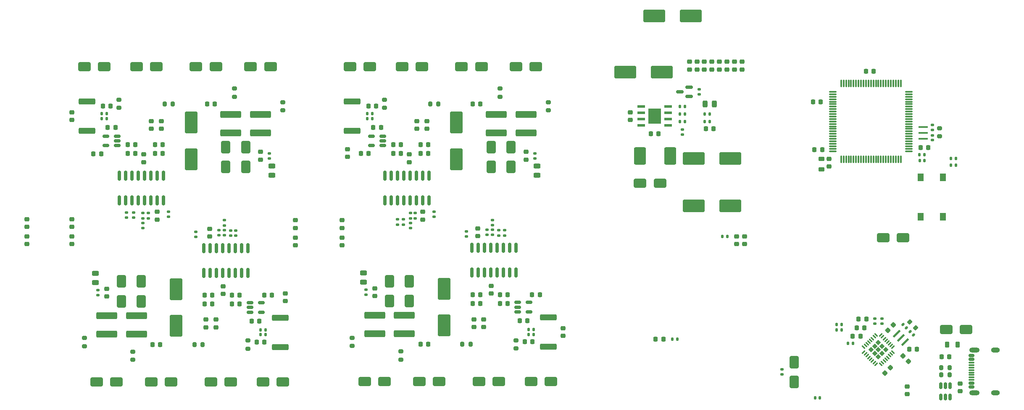
<source format=gbr>
%TF.GenerationSoftware,KiCad,Pcbnew,9.0.1*%
%TF.CreationDate,2025-04-06T02:54:57+02:00*%
%TF.ProjectId,controller_mainboard,636f6e74-726f-46c6-9c65-725f6d61696e,rev?*%
%TF.SameCoordinates,Original*%
%TF.FileFunction,Paste,Top*%
%TF.FilePolarity,Positive*%
%FSLAX46Y46*%
G04 Gerber Fmt 4.6, Leading zero omitted, Abs format (unit mm)*
G04 Created by KiCad (PCBNEW 9.0.1) date 2025-04-06 02:54:57*
%MOMM*%
%LPD*%
G01*
G04 APERTURE LIST*
G04 Aperture macros list*
%AMRoundRect*
0 Rectangle with rounded corners*
0 $1 Rounding radius*
0 $2 $3 $4 $5 $6 $7 $8 $9 X,Y pos of 4 corners*
0 Add a 4 corners polygon primitive as box body*
4,1,4,$2,$3,$4,$5,$6,$7,$8,$9,$2,$3,0*
0 Add four circle primitives for the rounded corners*
1,1,$1+$1,$2,$3*
1,1,$1+$1,$4,$5*
1,1,$1+$1,$6,$7*
1,1,$1+$1,$8,$9*
0 Add four rect primitives between the rounded corners*
20,1,$1+$1,$2,$3,$4,$5,0*
20,1,$1+$1,$4,$5,$6,$7,0*
20,1,$1+$1,$6,$7,$8,$9,0*
20,1,$1+$1,$8,$9,$2,$3,0*%
%AMRotRect*
0 Rectangle, with rotation*
0 The origin of the aperture is its center*
0 $1 length*
0 $2 width*
0 $3 Rotation angle, in degrees counterclockwise*
0 Add horizontal line*
21,1,$1,$2,0,0,$3*%
G04 Aperture macros list end*
%ADD10RoundRect,0.150000X-0.150000X0.512500X-0.150000X-0.512500X0.150000X-0.512500X0.150000X0.512500X0*%
%ADD11RoundRect,0.225000X-0.335876X-0.017678X-0.017678X-0.335876X0.335876X0.017678X0.017678X0.335876X0*%
%ADD12RoundRect,0.135000X0.185000X-0.135000X0.185000X0.135000X-0.185000X0.135000X-0.185000X-0.135000X0*%
%ADD13RoundRect,0.250000X-1.000000X-0.650000X1.000000X-0.650000X1.000000X0.650000X-1.000000X0.650000X0*%
%ADD14RoundRect,0.225000X0.250000X-0.225000X0.250000X0.225000X-0.250000X0.225000X-0.250000X-0.225000X0*%
%ADD15RoundRect,0.150000X-0.512500X-0.150000X0.512500X-0.150000X0.512500X0.150000X-0.512500X0.150000X0*%
%ADD16RoundRect,0.135000X0.135000X0.185000X-0.135000X0.185000X-0.135000X-0.185000X0.135000X-0.185000X0*%
%ADD17RoundRect,0.135000X-0.185000X0.135000X-0.185000X-0.135000X0.185000X-0.135000X0.185000X0.135000X0*%
%ADD18RoundRect,0.225000X0.225000X0.250000X-0.225000X0.250000X-0.225000X-0.250000X0.225000X-0.250000X0*%
%ADD19RoundRect,0.243750X-0.456250X0.243750X-0.456250X-0.243750X0.456250X-0.243750X0.456250X0.243750X0*%
%ADD20RoundRect,0.249999X1.850001X-0.450001X1.850001X0.450001X-1.850001X0.450001X-1.850001X-0.450001X0*%
%ADD21RoundRect,0.140000X0.170000X-0.140000X0.170000X0.140000X-0.170000X0.140000X-0.170000X-0.140000X0*%
%ADD22RoundRect,0.135000X-0.135000X-0.185000X0.135000X-0.185000X0.135000X0.185000X-0.135000X0.185000X0*%
%ADD23RoundRect,0.250000X-0.650000X1.000000X-0.650000X-1.000000X0.650000X-1.000000X0.650000X1.000000X0*%
%ADD24RoundRect,0.225000X-0.250000X0.225000X-0.250000X-0.225000X0.250000X-0.225000X0.250000X0.225000X0*%
%ADD25RoundRect,0.243750X0.456250X-0.243750X0.456250X0.243750X-0.456250X0.243750X-0.456250X-0.243750X0*%
%ADD26RoundRect,0.250000X1.000000X0.650000X-1.000000X0.650000X-1.000000X-0.650000X1.000000X-0.650000X0*%
%ADD27RoundRect,0.250000X1.000000X-1.950000X1.000000X1.950000X-1.000000X1.950000X-1.000000X-1.950000X0*%
%ADD28RoundRect,0.225000X-0.225000X-0.250000X0.225000X-0.250000X0.225000X0.250000X-0.225000X0.250000X0*%
%ADD29RoundRect,0.249999X-1.850001X0.450001X-1.850001X-0.450001X1.850001X-0.450001X1.850001X0.450001X0*%
%ADD30RoundRect,0.218750X-0.218750X-0.256250X0.218750X-0.256250X0.218750X0.256250X-0.218750X0.256250X0*%
%ADD31RoundRect,0.250000X0.650000X-1.000000X0.650000X1.000000X-0.650000X1.000000X-0.650000X-1.000000X0*%
%ADD32RoundRect,0.150000X-0.150000X0.825000X-0.150000X-0.825000X0.150000X-0.825000X0.150000X0.825000X0*%
%ADD33R,1.550000X0.600000*%
%ADD34R,2.600000X3.100000*%
%ADD35RoundRect,0.218750X0.218750X0.256250X-0.218750X0.256250X-0.218750X-0.256250X0.218750X-0.256250X0*%
%ADD36RoundRect,0.200000X0.275000X-0.200000X0.275000X0.200000X-0.275000X0.200000X-0.275000X-0.200000X0*%
%ADD37RoundRect,0.218750X0.381250X-0.218750X0.381250X0.218750X-0.381250X0.218750X-0.381250X-0.218750X0*%
%ADD38RoundRect,0.150000X0.587500X0.150000X-0.587500X0.150000X-0.587500X-0.150000X0.587500X-0.150000X0*%
%ADD39RoundRect,0.243750X0.243750X0.456250X-0.243750X0.456250X-0.243750X-0.456250X0.243750X-0.456250X0*%
%ADD40RoundRect,0.200000X-0.275000X0.200000X-0.275000X-0.200000X0.275000X-0.200000X0.275000X0.200000X0*%
%ADD41RoundRect,0.250000X1.425000X-0.362500X1.425000X0.362500X-1.425000X0.362500X-1.425000X-0.362500X0*%
%ADD42RoundRect,0.250000X-1.950000X-1.000000X1.950000X-1.000000X1.950000X1.000000X-1.950000X1.000000X0*%
%ADD43R,1.900000X0.400000*%
%ADD44RoundRect,0.207500X0.000000X0.293449X-0.293449X0.000000X0.000000X-0.293449X0.293449X0.000000X0*%
%ADD45RoundRect,0.062500X0.220971X0.309359X-0.309359X-0.220971X-0.220971X-0.309359X0.309359X0.220971X0*%
%ADD46RoundRect,0.062500X-0.220971X0.309359X-0.309359X0.220971X0.220971X-0.309359X0.309359X-0.220971X0*%
%ADD47RoundRect,0.200000X0.200000X0.275000X-0.200000X0.275000X-0.200000X-0.275000X0.200000X-0.275000X0*%
%ADD48RoundRect,0.250000X1.950000X1.000000X-1.950000X1.000000X-1.950000X-1.000000X1.950000X-1.000000X0*%
%ADD49RoundRect,0.075000X0.075000X-0.662500X0.075000X0.662500X-0.075000X0.662500X-0.075000X-0.662500X0*%
%ADD50RoundRect,0.075000X0.662500X-0.075000X0.662500X0.075000X-0.662500X0.075000X-0.662500X-0.075000X0*%
%ADD51RoundRect,0.150000X0.150000X-0.825000X0.150000X0.825000X-0.150000X0.825000X-0.150000X-0.825000X0*%
%ADD52RoundRect,0.225000X0.017678X-0.335876X0.335876X-0.017678X-0.017678X0.335876X-0.335876X0.017678X0*%
%ADD53RoundRect,0.250000X-1.000000X1.950000X-1.000000X-1.950000X1.000000X-1.950000X1.000000X1.950000X0*%
%ADD54RoundRect,0.200000X-0.200000X-0.275000X0.200000X-0.275000X0.200000X0.275000X-0.200000X0.275000X0*%
%ADD55RotRect,0.400000X1.900000X135.000000*%
%ADD56RoundRect,0.140000X-0.170000X0.140000X-0.170000X-0.140000X0.170000X-0.140000X0.170000X0.140000X0*%
%ADD57R,1.300000X1.550000*%
%ADD58RoundRect,0.150000X0.512500X0.150000X-0.512500X0.150000X-0.512500X-0.150000X0.512500X-0.150000X0*%
%ADD59RoundRect,0.150000X0.425000X-0.150000X0.425000X0.150000X-0.425000X0.150000X-0.425000X-0.150000X0*%
%ADD60RoundRect,0.075000X0.500000X-0.075000X0.500000X0.075000X-0.500000X0.075000X-0.500000X-0.075000X0*%
%ADD61O,2.100000X1.000000*%
%ADD62O,1.800000X1.000000*%
%ADD63RoundRect,0.140000X0.140000X0.170000X-0.140000X0.170000X-0.140000X-0.170000X0.140000X-0.170000X0*%
%ADD64RoundRect,0.250000X-0.925000X-1.500000X0.925000X-1.500000X0.925000X1.500000X-0.925000X1.500000X0*%
%ADD65RoundRect,0.140000X-0.219203X-0.021213X-0.021213X-0.219203X0.219203X0.021213X0.021213X0.219203X0*%
%ADD66RoundRect,0.250000X-1.425000X0.362500X-1.425000X-0.362500X1.425000X-0.362500X1.425000X0.362500X0*%
%ADD67RoundRect,0.200000X-0.335876X-0.053033X-0.053033X-0.335876X0.335876X0.053033X0.053033X0.335876X0*%
%ADD68RoundRect,0.140000X0.219203X0.021213X0.021213X0.219203X-0.219203X-0.021213X-0.021213X-0.219203X0*%
%ADD69RoundRect,0.218750X0.218750X0.381250X-0.218750X0.381250X-0.218750X-0.381250X0.218750X-0.381250X0*%
G04 APERTURE END LIST*
D10*
%TO.C,U12*%
X242950000Y-142862500D03*
X242000000Y-142862500D03*
X241050000Y-142862500D03*
X241050000Y-145137500D03*
X242000000Y-145137500D03*
X242950000Y-145137500D03*
%TD*%
D11*
%TO.C,C11*%
X233451992Y-136851992D03*
X234548008Y-137948008D03*
%TD*%
D12*
%TO.C,R17*%
X209100000Y-140610000D03*
X209100000Y-139590000D03*
%TD*%
D13*
%TO.C,D21*%
X104500000Y-142070000D03*
X108500000Y-142070000D03*
%TD*%
D14*
%TO.C,C82*%
X234300000Y-144575000D03*
X234300000Y-143025000D03*
%TD*%
D15*
%TO.C,U7*%
X101862500Y-126120000D03*
X101862500Y-127070000D03*
X101862500Y-128020000D03*
X104137500Y-128020000D03*
X104137500Y-126120000D03*
%TD*%
D16*
%TO.C,R29*%
X189510000Y-86500000D03*
X188490000Y-86500000D03*
%TD*%
D17*
%TO.C,R30*%
X91000000Y-111760000D03*
X91000000Y-112780000D03*
%TD*%
D18*
%TO.C,C53*%
X84275000Y-94179999D03*
X82725000Y-94179999D03*
%TD*%
D19*
%TO.C,D17*%
X70750000Y-120132500D03*
X70750000Y-122007500D03*
%TD*%
D17*
%TO.C,R33*%
X95600000Y-111460000D03*
X95600000Y-112480000D03*
%TD*%
D20*
%TO.C,L3*%
X127000000Y-132350000D03*
X127000000Y-128650000D03*
%TD*%
D21*
%TO.C,C1*%
X239400000Y-91180000D03*
X239400000Y-90220000D03*
%TD*%
D22*
%TO.C,R15*%
X220090000Y-130500000D03*
X221110000Y-130500000D03*
%TD*%
D23*
%TO.C,D8*%
X134000000Y-121750000D03*
X134000000Y-125750000D03*
%TD*%
D24*
%TO.C,C47*%
X109000000Y-124225000D03*
X109000000Y-125775000D03*
%TD*%
D25*
%TO.C,D31*%
X159749999Y-100367500D03*
X159749999Y-98492500D03*
%TD*%
D26*
%TO.C,D34*%
X136500000Y-78430000D03*
X132500000Y-78430000D03*
%TD*%
D17*
%TO.C,R82*%
X152000000Y-111490000D03*
X152000000Y-112510000D03*
%TD*%
D12*
%TO.C,R85*%
X132800000Y-110310000D03*
X132800000Y-109290000D03*
%TD*%
D27*
%TO.C,C46*%
X87000000Y-130770000D03*
X87000000Y-123370000D03*
%TD*%
D18*
%TO.C,C65*%
X137775000Y-95929999D03*
X136225000Y-95929999D03*
%TD*%
D28*
%TO.C,C20*%
X146725000Y-124500000D03*
X148275000Y-124500000D03*
%TD*%
D17*
%TO.C,R20*%
X150700000Y-109390000D03*
X150700000Y-110410000D03*
%TD*%
D26*
%TO.C,D33*%
X148500001Y-78430000D03*
X144500001Y-78430000D03*
%TD*%
D16*
%TO.C,R28*%
X189510000Y-88000000D03*
X188490000Y-88000000D03*
%TD*%
D24*
%TO.C,C56*%
X84000000Y-89429999D03*
X84000000Y-90979999D03*
%TD*%
D28*
%TO.C,C85*%
X93225000Y-85929999D03*
X94775000Y-85929999D03*
%TD*%
D29*
%TO.C,L2*%
X133000000Y-128650000D03*
X133000000Y-132350000D03*
%TD*%
D12*
%TO.C,R47*%
X134200000Y-109039999D03*
X134200000Y-108019999D03*
%TD*%
D18*
%TO.C,C52*%
X84275000Y-95929999D03*
X82725000Y-95929999D03*
%TD*%
D12*
%TO.C,R46*%
X139000000Y-108740000D03*
X139000000Y-107720000D03*
%TD*%
D28*
%TO.C,C14*%
X234725000Y-135500000D03*
X236275000Y-135500000D03*
%TD*%
D13*
%TO.C,D18*%
X71000000Y-142070000D03*
X75000000Y-142070000D03*
%TD*%
D12*
%TO.C,R88*%
X77000000Y-108939999D03*
X77000000Y-107919999D03*
%TD*%
D24*
%TO.C,R60*%
X56900000Y-112725000D03*
X56900000Y-114275000D03*
%TD*%
D18*
%TO.C,C45*%
X103775000Y-129820000D03*
X102225000Y-129820000D03*
%TD*%
D30*
%TO.C,D1*%
X183612500Y-133500000D03*
X185187500Y-133500000D03*
%TD*%
D12*
%TO.C,R34*%
X71250000Y-124580000D03*
X71250000Y-123560000D03*
%TD*%
D28*
%TO.C,C5*%
X237025000Y-94800000D03*
X238575000Y-94800000D03*
%TD*%
D14*
%TO.C,C78*%
X194944146Y-79000000D03*
X194944146Y-77450000D03*
%TD*%
D31*
%TO.C,D22*%
X100999999Y-98680000D03*
X100999999Y-94680000D03*
%TD*%
D17*
%TO.C,R50*%
X159249999Y-95920000D03*
X159249999Y-96940000D03*
%TD*%
D32*
%TO.C,U6*%
X101445000Y-115095000D03*
X100175000Y-115095000D03*
X98905000Y-115095000D03*
X97635000Y-115095000D03*
X96365000Y-115095000D03*
X95095000Y-115095000D03*
X93825000Y-115095000D03*
X92555000Y-115095000D03*
X92555000Y-120045000D03*
X93825000Y-120045000D03*
X95095000Y-120045000D03*
X96365000Y-120045000D03*
X97635000Y-120045000D03*
X98905000Y-120045000D03*
X100175000Y-120045000D03*
X101445000Y-120045000D03*
%TD*%
D18*
%TO.C,C66*%
X137775000Y-94179999D03*
X136225000Y-94179999D03*
%TD*%
D22*
%TO.C,R10*%
X236790000Y-96200000D03*
X237810000Y-96200000D03*
%TD*%
D16*
%TO.C,R27*%
X189510000Y-89500000D03*
X188490000Y-89500000D03*
%TD*%
D33*
%TO.C,U5*%
X186100000Y-90305000D03*
X186100000Y-89035000D03*
X186100000Y-87765000D03*
X186100000Y-86495000D03*
X180700000Y-86495000D03*
X180700000Y-87765000D03*
X180700000Y-89035000D03*
X180700000Y-90305000D03*
D34*
X183400000Y-88400000D03*
%TD*%
D24*
%TO.C,R56*%
X111000000Y-112950000D03*
X111000000Y-114500000D03*
%TD*%
D22*
%TO.C,R24*%
X157990000Y-131500000D03*
X159010000Y-131500000D03*
%TD*%
D28*
%TO.C,C42*%
X104725000Y-124570000D03*
X106275000Y-124570000D03*
%TD*%
D35*
%TO.C,D5*%
X225687500Y-131200000D03*
X224112500Y-131200000D03*
%TD*%
D24*
%TO.C,R54*%
X120412500Y-112950000D03*
X120412500Y-114500000D03*
%TD*%
D36*
%TO.C,R76*%
X155500000Y-135325000D03*
X155500000Y-133675000D03*
%TD*%
D28*
%TO.C,C89*%
X72225000Y-86429999D03*
X73775000Y-86429999D03*
%TD*%
D18*
%TO.C,C3*%
X217175000Y-95200000D03*
X215625000Y-95200000D03*
%TD*%
D16*
%TO.C,R44*%
X73010000Y-88929999D03*
X71990000Y-88929999D03*
%TD*%
D17*
%TO.C,R31*%
X96700000Y-111460000D03*
X96700000Y-112480000D03*
%TD*%
D18*
%TO.C,C83*%
X137775000Y-134500000D03*
X136225000Y-134500000D03*
%TD*%
D15*
%TO.C,U4*%
X155862500Y-126050000D03*
X155862500Y-127000000D03*
X155862500Y-127950000D03*
X158137500Y-127950000D03*
X158137500Y-126050000D03*
%TD*%
D37*
%TO.C,L1*%
X217000000Y-99162500D03*
X217000000Y-97037500D03*
%TD*%
D12*
%TO.C,R39*%
X80300000Y-109039999D03*
X80300000Y-108019999D03*
%TD*%
%TO.C,R49*%
X135200000Y-109040000D03*
X135200000Y-108020000D03*
%TD*%
D18*
%TO.C,C6*%
X216875000Y-85500000D03*
X215325000Y-85500000D03*
%TD*%
D32*
%TO.C,U3*%
X155445000Y-115025000D03*
X154175000Y-115025000D03*
X152905000Y-115025000D03*
X151635000Y-115025000D03*
X150365000Y-115025000D03*
X149095000Y-115025000D03*
X147825000Y-115025000D03*
X146555000Y-115025000D03*
X146555000Y-119975000D03*
X147825000Y-119975000D03*
X149095000Y-119975000D03*
X150365000Y-119975000D03*
X151635000Y-119975000D03*
X152905000Y-119975000D03*
X154175000Y-119975000D03*
X155445000Y-119975000D03*
%TD*%
D17*
%TO.C,R14*%
X227800000Y-129310000D03*
X227800000Y-130330000D03*
%TD*%
D12*
%TO.C,R48*%
X134200000Y-111039999D03*
X134200000Y-110019999D03*
%TD*%
D14*
%TO.C,C24*%
X147000000Y-131000000D03*
X147000000Y-129450000D03*
%TD*%
D36*
%TO.C,R66*%
X108500000Y-87255000D03*
X108500000Y-85605000D03*
%TD*%
D18*
%TO.C,C68*%
X125775000Y-95929999D03*
X124225000Y-95929999D03*
%TD*%
D38*
%TO.C,Q1*%
X190375000Y-84450000D03*
X190375000Y-82550000D03*
X188500000Y-83500000D03*
%TD*%
D24*
%TO.C,R57*%
X111000000Y-109450000D03*
X111000000Y-111000000D03*
%TD*%
D28*
%TO.C,C90*%
X125725000Y-86429999D03*
X127275000Y-86429999D03*
%TD*%
D39*
%TO.C,D36*%
X195437500Y-86000000D03*
X193562500Y-86000000D03*
%TD*%
D40*
%TO.C,R64*%
X122500000Y-133175000D03*
X122500000Y-134825000D03*
%TD*%
D20*
%TO.C,L9*%
X151499999Y-91780000D03*
X151499999Y-88080000D03*
%TD*%
D18*
%TO.C,C88*%
X104775000Y-134070000D03*
X103225000Y-134070000D03*
%TD*%
D22*
%TO.C,R63*%
X193500000Y-89500000D03*
X194520000Y-89500000D03*
%TD*%
D12*
%TO.C,R40*%
X80300000Y-111039999D03*
X80300000Y-110019999D03*
%TD*%
D40*
%TO.C,R71*%
X152250000Y-82855000D03*
X152250000Y-84505000D03*
%TD*%
D41*
%TO.C,R37*%
X108000000Y-135032500D03*
X108000000Y-129107500D03*
%TD*%
D18*
%TO.C,C18*%
X153775000Y-126250000D03*
X152225000Y-126250000D03*
%TD*%
D16*
%TO.C,R43*%
X73010000Y-87929999D03*
X71990000Y-87929999D03*
%TD*%
D28*
%TO.C,C50*%
X77225000Y-94179999D03*
X78775000Y-94179999D03*
%TD*%
D18*
%TO.C,C26*%
X157775000Y-129750000D03*
X156225000Y-129750000D03*
%TD*%
D40*
%TO.C,R78*%
X75500000Y-85104999D03*
X75500000Y-86754999D03*
%TD*%
D17*
%TO.C,R19*%
X150700000Y-111390000D03*
X150700000Y-112410000D03*
%TD*%
D24*
%TO.C,C54*%
X103999999Y-95655000D03*
X103999999Y-97205000D03*
%TD*%
D18*
%TO.C,C15*%
X224875000Y-132900000D03*
X223325000Y-132900000D03*
%TD*%
D42*
%TO.C,C34*%
X191300000Y-97000000D03*
X198700000Y-97000000D03*
%TD*%
D14*
%TO.C,C35*%
X93800000Y-112745000D03*
X93800000Y-111195000D03*
%TD*%
D43*
%TO.C,Y1*%
X237500000Y-90600000D03*
X237500000Y-91800000D03*
X237500000Y-93000000D03*
%TD*%
D13*
%TO.C,D12*%
X148000000Y-142000000D03*
X152000000Y-142000000D03*
%TD*%
D44*
%TO.C,U2*%
X229956640Y-135600000D03*
X229228320Y-134871680D03*
X228500000Y-134143360D03*
X229228320Y-136328320D03*
X228500000Y-135600000D03*
X227771680Y-134871680D03*
X228500000Y-137056640D03*
X227771680Y-136328320D03*
X227043360Y-135600000D03*
D45*
X231461010Y-135113864D03*
X231107456Y-134760311D03*
X230753903Y-134406757D03*
X230400349Y-134053204D03*
X230046796Y-133699651D03*
X229693243Y-133346097D03*
X229339689Y-132992544D03*
X228986136Y-132638990D03*
D46*
X228013864Y-132638990D03*
X227660311Y-132992544D03*
X227306757Y-133346097D03*
X226953204Y-133699651D03*
X226599651Y-134053204D03*
X226246097Y-134406757D03*
X225892544Y-134760311D03*
X225538990Y-135113864D03*
D45*
X225538990Y-136086136D03*
X225892544Y-136439689D03*
X226246097Y-136793243D03*
X226599651Y-137146796D03*
X226953204Y-137500349D03*
X227306757Y-137853903D03*
X227660311Y-138207456D03*
X228013864Y-138561010D03*
D46*
X228986136Y-138561010D03*
X229339689Y-138207456D03*
X229693243Y-137853903D03*
X230046796Y-137500349D03*
X230400349Y-137146796D03*
X230753903Y-136793243D03*
X231107456Y-136439689D03*
X231461010Y-136086136D03*
%TD*%
D14*
%TO.C,C22*%
X127000000Y-124775000D03*
X127000000Y-123225000D03*
%TD*%
D16*
%TO.C,R52*%
X126510000Y-88929999D03*
X125490000Y-88929999D03*
%TD*%
D26*
%TO.C,D26*%
X95000001Y-78430000D03*
X91000001Y-78430000D03*
%TD*%
D24*
%TO.C,C8*%
X218600000Y-97025000D03*
X218600000Y-98575000D03*
%TD*%
D47*
%TO.C,R74*%
X86325000Y-85929999D03*
X84675000Y-85929999D03*
%TD*%
D22*
%TO.C,R23*%
X157990000Y-132500000D03*
X159010000Y-132500000D03*
%TD*%
D36*
%TO.C,R69*%
X78250000Y-137645000D03*
X78250000Y-135995000D03*
%TD*%
D16*
%TO.C,R81*%
X198110000Y-112700000D03*
X197090000Y-112700000D03*
%TD*%
D26*
%TO.C,D28*%
X72500000Y-78430000D03*
X68500000Y-78430000D03*
%TD*%
D14*
%TO.C,C43*%
X93000000Y-131070000D03*
X93000000Y-129520000D03*
%TD*%
%TO.C,C74*%
X201000000Y-79000000D03*
X201000000Y-77450000D03*
%TD*%
D29*
%TO.C,L5*%
X79000000Y-128720000D03*
X79000000Y-132420000D03*
%TD*%
D48*
%TO.C,C4*%
X190700000Y-68200000D03*
X183300000Y-68200000D03*
%TD*%
D23*
%TO.C,D15*%
X76000000Y-121820000D03*
X76000000Y-125820000D03*
%TD*%
D17*
%TO.C,R42*%
X105749999Y-95920000D03*
X105749999Y-96940000D03*
%TD*%
%TO.C,R26*%
X189000000Y-91090000D03*
X189000000Y-92110000D03*
%TD*%
D49*
%TO.C,U1*%
X221000000Y-97162500D03*
X221500000Y-97162500D03*
X222000000Y-97162500D03*
X222500000Y-97162500D03*
X223000000Y-97162500D03*
X223500000Y-97162500D03*
X224000000Y-97162500D03*
X224500000Y-97162500D03*
X225000000Y-97162500D03*
X225500000Y-97162500D03*
X226000000Y-97162500D03*
X226500000Y-97162500D03*
X227000000Y-97162500D03*
X227500000Y-97162500D03*
X228000000Y-97162500D03*
X228500000Y-97162500D03*
X229000000Y-97162500D03*
X229500000Y-97162500D03*
X230000000Y-97162500D03*
X230500000Y-97162500D03*
X231000000Y-97162500D03*
X231500000Y-97162500D03*
X232000000Y-97162500D03*
X232500000Y-97162500D03*
X233000000Y-97162500D03*
D50*
X234662500Y-95500000D03*
X234662500Y-95000000D03*
X234662500Y-94500000D03*
X234662500Y-94000000D03*
X234662500Y-93500000D03*
X234662500Y-93000000D03*
X234662500Y-92500000D03*
X234662500Y-92000000D03*
X234662500Y-91500000D03*
X234662500Y-91000000D03*
X234662500Y-90500000D03*
X234662500Y-90000000D03*
X234662500Y-89500000D03*
X234662500Y-89000000D03*
X234662500Y-88500000D03*
X234662500Y-88000000D03*
X234662500Y-87500000D03*
X234662500Y-87000000D03*
X234662500Y-86500000D03*
X234662500Y-86000000D03*
X234662500Y-85500000D03*
X234662500Y-85000000D03*
X234662500Y-84500000D03*
X234662500Y-84000000D03*
X234662500Y-83500000D03*
D49*
X233000000Y-81837500D03*
X232500000Y-81837500D03*
X232000000Y-81837500D03*
X231500000Y-81837500D03*
X231000000Y-81837500D03*
X230500000Y-81837500D03*
X230000000Y-81837500D03*
X229500000Y-81837500D03*
X229000000Y-81837500D03*
X228500000Y-81837500D03*
X228000000Y-81837500D03*
X227500000Y-81837500D03*
X227000000Y-81837500D03*
X226500000Y-81837500D03*
X226000000Y-81837500D03*
X225500000Y-81837500D03*
X225000000Y-81837500D03*
X224500000Y-81837500D03*
X224000000Y-81837500D03*
X223500000Y-81837500D03*
X223000000Y-81837500D03*
X222500000Y-81837500D03*
X222000000Y-81837500D03*
X221500000Y-81837500D03*
X221000000Y-81837500D03*
D50*
X219337500Y-83500000D03*
X219337500Y-84000000D03*
X219337500Y-84500000D03*
X219337500Y-85000000D03*
X219337500Y-85500000D03*
X219337500Y-86000000D03*
X219337500Y-86500000D03*
X219337500Y-87000000D03*
X219337500Y-87500000D03*
X219337500Y-88000000D03*
X219337500Y-88500000D03*
X219337500Y-89000000D03*
X219337500Y-89500000D03*
X219337500Y-90000000D03*
X219337500Y-90500000D03*
X219337500Y-91000000D03*
X219337500Y-91500000D03*
X219337500Y-92000000D03*
X219337500Y-92500000D03*
X219337500Y-93000000D03*
X219337500Y-93500000D03*
X219337500Y-94000000D03*
X219337500Y-94500000D03*
X219337500Y-95000000D03*
X219337500Y-95500000D03*
%TD*%
D13*
%TO.C,D19*%
X82000000Y-142070000D03*
X86000000Y-142070000D03*
%TD*%
D18*
%TO.C,C37*%
X99775000Y-126320000D03*
X98225000Y-126320000D03*
%TD*%
D24*
%TO.C,C70*%
X135500000Y-89429999D03*
X135500000Y-90979999D03*
%TD*%
D14*
%TO.C,C60*%
X66000000Y-89204999D03*
X66000000Y-87654999D03*
%TD*%
D29*
%TO.C,L10*%
X157499999Y-88080000D03*
X157499999Y-91780000D03*
%TD*%
D18*
%TO.C,R6*%
X242775000Y-137000000D03*
X241225000Y-137000000D03*
%TD*%
D51*
%TO.C,U8*%
X75555000Y-105404999D03*
X76825000Y-105404999D03*
X78095000Y-105404999D03*
X79365000Y-105404999D03*
X80635000Y-105404999D03*
X81905000Y-105404999D03*
X83175000Y-105404999D03*
X84445000Y-105404999D03*
X84445000Y-100454999D03*
X83175000Y-100454999D03*
X81905000Y-100454999D03*
X80635000Y-100454999D03*
X79365000Y-100454999D03*
X78095000Y-100454999D03*
X76825000Y-100454999D03*
X75555000Y-100454999D03*
%TD*%
D22*
%TO.C,R36*%
X103990000Y-131570000D03*
X105010000Y-131570000D03*
%TD*%
D41*
%TO.C,R25*%
X162000000Y-134962500D03*
X162000000Y-129037500D03*
%TD*%
D18*
%TO.C,C87*%
X158775000Y-134000000D03*
X157225000Y-134000000D03*
%TD*%
D52*
%TO.C,C12*%
X229851992Y-140348008D03*
X230948008Y-139251992D03*
%TD*%
D17*
%TO.C,R32*%
X96700000Y-109460000D03*
X96700000Y-110480000D03*
%TD*%
D13*
%TO.C,D10*%
X125000000Y-142000000D03*
X129000000Y-142000000D03*
%TD*%
D53*
%TO.C,C59*%
X90000000Y-89730000D03*
X90000000Y-97130000D03*
%TD*%
D18*
%TO.C,C19*%
X153775000Y-124500000D03*
X152225000Y-124500000D03*
%TD*%
D26*
%TO.C,D27*%
X83000000Y-78430000D03*
X79000000Y-78430000D03*
%TD*%
D22*
%TO.C,R62*%
X193490000Y-88000000D03*
X194510000Y-88000000D03*
%TD*%
D52*
%TO.C,C13*%
X230451992Y-131648008D03*
X231548008Y-130551992D03*
%TD*%
D26*
%TO.C,D25*%
X106000000Y-78430001D03*
X102000000Y-78430001D03*
%TD*%
D28*
%TO.C,C63*%
X130725000Y-94179999D03*
X132275000Y-94179999D03*
%TD*%
D24*
%TO.C,R59*%
X65950000Y-109225000D03*
X65950000Y-110775000D03*
%TD*%
D17*
%TO.C,R1*%
X192437500Y-82990000D03*
X192437500Y-84010000D03*
%TD*%
D13*
%TO.C,D20*%
X94000000Y-142070000D03*
X98000000Y-142070000D03*
%TD*%
D24*
%TO.C,C67*%
X157499999Y-95655000D03*
X157499999Y-97205000D03*
%TD*%
D13*
%TO.C,D11*%
X136000000Y-142000000D03*
X140000000Y-142000000D03*
%TD*%
D18*
%TO.C,C84*%
X83775000Y-134570000D03*
X82225000Y-134570000D03*
%TD*%
D13*
%TO.C,D14*%
X180500000Y-102000000D03*
X184500000Y-102000000D03*
%TD*%
D28*
%TO.C,C32*%
X193725000Y-91000000D03*
X195275000Y-91000000D03*
%TD*%
D26*
%TO.C,D35*%
X126000000Y-78430000D03*
X122000000Y-78430000D03*
%TD*%
D28*
%TO.C,C58*%
X73225000Y-90679999D03*
X74775000Y-90679999D03*
%TD*%
D14*
%TO.C,C80*%
X191944146Y-79000000D03*
X191944146Y-77450000D03*
%TD*%
D28*
%TO.C,C71*%
X126725000Y-90679999D03*
X128275000Y-90679999D03*
%TD*%
D14*
%TO.C,C76*%
X197944146Y-79000000D03*
X197944146Y-77450000D03*
%TD*%
D54*
%TO.C,R7*%
X241175000Y-139200000D03*
X242825000Y-139200000D03*
%TD*%
D55*
%TO.C,Y2*%
X233848528Y-134048528D03*
X233000000Y-133200000D03*
X232151472Y-132351472D03*
%TD*%
D56*
%TO.C,C2*%
X239400000Y-92320000D03*
X239400000Y-93280000D03*
%TD*%
D57*
%TO.C,SW1*%
X241500000Y-100800000D03*
X241500000Y-108760000D03*
X237000000Y-100800000D03*
X237000000Y-108760000D03*
%TD*%
D28*
%TO.C,C23*%
X158725000Y-124500000D03*
X160275000Y-124500000D03*
%TD*%
D58*
%TO.C,U11*%
X128637500Y-94379999D03*
X128637500Y-93429999D03*
X128637500Y-92479999D03*
X126362500Y-92479999D03*
X126362500Y-94379999D03*
%TD*%
D54*
%TO.C,R8*%
X241175000Y-140700000D03*
X242825000Y-140700000D03*
%TD*%
D14*
%TO.C,C91*%
X201500000Y-114275000D03*
X201500000Y-112725000D03*
%TD*%
D17*
%TO.C,R86*%
X153200000Y-111490000D03*
X153200000Y-112510000D03*
%TD*%
D16*
%TO.C,R12*%
X223410000Y-134300000D03*
X222390000Y-134300000D03*
%TD*%
D14*
%TO.C,C79*%
X193444146Y-79000000D03*
X193444146Y-77450000D03*
%TD*%
D24*
%TO.C,C62*%
X134000000Y-96154999D03*
X134000000Y-97704999D03*
%TD*%
D59*
%TO.C,J3*%
X247300000Y-143150000D03*
X247300000Y-142350000D03*
D60*
X247300000Y-141200000D03*
X247300000Y-140200000D03*
X247300000Y-139700000D03*
X247300000Y-138700000D03*
D59*
X247300000Y-137550000D03*
X247300000Y-136750000D03*
X247300000Y-136750000D03*
X247300000Y-137550000D03*
D60*
X247300000Y-138200000D03*
X247300000Y-139200000D03*
X247300000Y-140700000D03*
X247300000Y-141700000D03*
D59*
X247300000Y-142350000D03*
X247300000Y-143150000D03*
D61*
X247875000Y-144270000D03*
D62*
X252055000Y-144270000D03*
D61*
X247875000Y-135630000D03*
D62*
X252055000Y-135630000D03*
%TD*%
D26*
%TO.C,D32*%
X159500000Y-78430001D03*
X155500000Y-78430001D03*
%TD*%
D28*
%TO.C,C40*%
X92725000Y-126320000D03*
X94275000Y-126320000D03*
%TD*%
D14*
%TO.C,C75*%
X199500000Y-79000000D03*
X199500000Y-77450000D03*
%TD*%
D12*
%TO.C,R84*%
X78400000Y-108939999D03*
X78400000Y-107919999D03*
%TD*%
D31*
%TO.C,D23*%
X96999999Y-98680000D03*
X96999999Y-94680000D03*
%TD*%
D16*
%TO.C,R90*%
X244110000Y-98300000D03*
X243090000Y-98300000D03*
%TD*%
D14*
%TO.C,C17*%
X150500000Y-124275000D03*
X150500000Y-122725000D03*
%TD*%
D17*
%TO.C,R87*%
X99000000Y-111560000D03*
X99000000Y-112580000D03*
%TD*%
D47*
%TO.C,R75*%
X139825000Y-85929999D03*
X138175000Y-85929999D03*
%TD*%
D31*
%TO.C,D30*%
X150499999Y-98680000D03*
X150499999Y-94680000D03*
%TD*%
D12*
%TO.C,R38*%
X85500000Y-108740000D03*
X85500000Y-107720000D03*
%TD*%
D16*
%TO.C,R91*%
X244110000Y-97000000D03*
X243090000Y-97000000D03*
%TD*%
D23*
%TO.C,D16*%
X80000000Y-121820000D03*
X80000000Y-125820000D03*
%TD*%
D17*
%TO.C,R83*%
X98000000Y-111560000D03*
X98000000Y-112580000D03*
%TD*%
D51*
%TO.C,U10*%
X129055000Y-105404999D03*
X130325000Y-105404999D03*
X131595000Y-105404999D03*
X132865000Y-105404999D03*
X134135000Y-105404999D03*
X135405000Y-105404999D03*
X136675000Y-105404999D03*
X137945000Y-105404999D03*
X137945000Y-100454999D03*
X136675000Y-100454999D03*
X135405000Y-100454999D03*
X134135000Y-100454999D03*
X132865000Y-100454999D03*
X131595000Y-100454999D03*
X130325000Y-100454999D03*
X129055000Y-100454999D03*
%TD*%
D14*
%TO.C,C77*%
X196444146Y-79000000D03*
X196444146Y-77450000D03*
%TD*%
D25*
%TO.C,D24*%
X106249999Y-100367500D03*
X106249999Y-98492500D03*
%TD*%
D27*
%TO.C,C27*%
X141000000Y-130700000D03*
X141000000Y-123300000D03*
%TD*%
D22*
%TO.C,R16*%
X220090000Y-131600000D03*
X221110000Y-131600000D03*
%TD*%
%TO.C,R4*%
X186990000Y-133500000D03*
X188010000Y-133500000D03*
%TD*%
D12*
%TO.C,R41*%
X81400000Y-109040000D03*
X81400000Y-108020000D03*
%TD*%
D20*
%TO.C,L7*%
X97999999Y-91780000D03*
X97999999Y-88080000D03*
%TD*%
D14*
%TO.C,C81*%
X190444146Y-79000000D03*
X190444146Y-77450000D03*
%TD*%
D63*
%TO.C,C93*%
X216700000Y-145300000D03*
X215740000Y-145300000D03*
%TD*%
D64*
%TO.C,L4*%
X180475000Y-96500000D03*
X186525000Y-96500000D03*
%TD*%
D28*
%TO.C,C55*%
X70325000Y-96000000D03*
X71875000Y-96000000D03*
%TD*%
D14*
%TO.C,C41*%
X73000000Y-124845000D03*
X73000000Y-123295000D03*
%TD*%
D54*
%TO.C,R72*%
X144675000Y-134500000D03*
X146325000Y-134500000D03*
%TD*%
D14*
%TO.C,C16*%
X147800000Y-112675000D03*
X147800000Y-111125000D03*
%TD*%
D36*
%TO.C,R67*%
X162000000Y-87255000D03*
X162000000Y-85605000D03*
%TD*%
D14*
%TO.C,C36*%
X96500000Y-124345000D03*
X96500000Y-122795000D03*
%TD*%
D40*
%TO.C,R70*%
X98750000Y-82855000D03*
X98750000Y-84505000D03*
%TD*%
D36*
%TO.C,R9*%
X240800000Y-92525000D03*
X240800000Y-90875000D03*
%TD*%
D17*
%TO.C,R18*%
X145500000Y-111690000D03*
X145500000Y-112710000D03*
%TD*%
D36*
%TO.C,R77*%
X101500000Y-135395000D03*
X101500000Y-133745000D03*
%TD*%
D29*
%TO.C,L8*%
X103999999Y-88080000D03*
X103999999Y-91780000D03*
%TD*%
D19*
%TO.C,D9*%
X124750000Y-120062500D03*
X124750000Y-121937500D03*
%TD*%
D12*
%TO.C,R22*%
X125250000Y-124510000D03*
X125250000Y-123490000D03*
%TD*%
D18*
%TO.C,C7*%
X227575000Y-79400000D03*
X226025000Y-79400000D03*
%TD*%
D17*
%TO.C,R21*%
X149600000Y-111390000D03*
X149600000Y-112410000D03*
%TD*%
D18*
%TO.C,C31*%
X184175000Y-92000000D03*
X182625000Y-92000000D03*
%TD*%
D23*
%TO.C,D7*%
X130000000Y-121750000D03*
X130000000Y-125750000D03*
%TD*%
D36*
%TO.C,R68*%
X132250000Y-137575000D03*
X132250000Y-135925000D03*
%TD*%
D24*
%TO.C,C57*%
X82000000Y-89429999D03*
X82000000Y-90979999D03*
%TD*%
D14*
%TO.C,C25*%
X149000000Y-131000000D03*
X149000000Y-129450000D03*
%TD*%
D26*
%TO.C,D3*%
X233500000Y-113000000D03*
X229500000Y-113000000D03*
%TD*%
D63*
%TO.C,C92*%
X237780000Y-97400000D03*
X236820000Y-97400000D03*
%TD*%
D24*
%TO.C,C61*%
X136700000Y-107755000D03*
X136700000Y-109305000D03*
%TD*%
%TO.C,R61*%
X56900000Y-109225000D03*
X56900000Y-110775000D03*
%TD*%
D65*
%TO.C,C9*%
X234860589Y-131960589D03*
X235539411Y-132639411D03*
%TD*%
D40*
%TO.C,R79*%
X129000000Y-85104999D03*
X129000000Y-86754999D03*
%TD*%
D18*
%TO.C,C38*%
X99775000Y-124570000D03*
X98225000Y-124570000D03*
%TD*%
D66*
%TO.C,R53*%
X122500000Y-85467499D03*
X122500000Y-91392499D03*
%TD*%
D24*
%TO.C,R58*%
X65950000Y-112725000D03*
X65950000Y-114275000D03*
%TD*%
D42*
%TO.C,C30*%
X177500000Y-79500000D03*
X184900000Y-79500000D03*
%TD*%
%TO.C,C33*%
X191300000Y-106500000D03*
X198700000Y-106500000D03*
%TD*%
D67*
%TO.C,R11*%
X234816637Y-130016637D03*
X235983363Y-131183363D03*
%TD*%
D14*
%TO.C,R80*%
X199900000Y-114275000D03*
X199900000Y-112725000D03*
%TD*%
%TO.C,C29*%
X178500000Y-89175000D03*
X178500000Y-87625000D03*
%TD*%
D22*
%TO.C,R35*%
X103990000Y-132570000D03*
X105010000Y-132570000D03*
%TD*%
D23*
%TO.C,D6*%
X211500000Y-138100000D03*
X211500000Y-142100000D03*
%TD*%
D28*
%TO.C,C51*%
X77225000Y-95929999D03*
X78775000Y-95929999D03*
%TD*%
D24*
%TO.C,C49*%
X80500000Y-96154999D03*
X80500000Y-97704999D03*
%TD*%
%TO.C,R55*%
X120412500Y-109450000D03*
X120412500Y-111000000D03*
%TD*%
D28*
%TO.C,C64*%
X130725000Y-95929999D03*
X132275000Y-95929999D03*
%TD*%
D24*
%TO.C,R5*%
X245000000Y-142425000D03*
X245000000Y-143975000D03*
%TD*%
D53*
%TO.C,C72*%
X143500000Y-89730000D03*
X143500000Y-97130000D03*
%TD*%
D13*
%TO.C,D13*%
X158500000Y-142000000D03*
X162500000Y-142000000D03*
%TD*%
D58*
%TO.C,U9*%
X75137500Y-94379999D03*
X75137500Y-93429999D03*
X75137500Y-92479999D03*
X72862500Y-92479999D03*
X72862500Y-94379999D03*
%TD*%
D28*
%TO.C,C86*%
X146725000Y-85929999D03*
X148275000Y-85929999D03*
%TD*%
D16*
%TO.C,R51*%
X126510000Y-87929999D03*
X125490000Y-87929999D03*
%TD*%
D68*
%TO.C,C10*%
X234100000Y-131200000D03*
X233421178Y-130521178D03*
%TD*%
D35*
%TO.C,D4*%
X226087500Y-129400000D03*
X224512500Y-129400000D03*
%TD*%
D40*
%TO.C,R65*%
X68500000Y-133245000D03*
X68500000Y-134895000D03*
%TD*%
D24*
%TO.C,C28*%
X165000000Y-131225000D03*
X165000000Y-132775000D03*
%TD*%
D54*
%TO.C,R73*%
X90675000Y-134570000D03*
X92325000Y-134570000D03*
%TD*%
D28*
%TO.C,C21*%
X146725000Y-126250000D03*
X148275000Y-126250000D03*
%TD*%
D14*
%TO.C,C73*%
X121500000Y-96675000D03*
X121500000Y-95125000D03*
%TD*%
%TO.C,C44*%
X95000000Y-131070000D03*
X95000000Y-129520000D03*
%TD*%
D28*
%TO.C,C39*%
X92725000Y-124570000D03*
X94275000Y-124570000D03*
%TD*%
D24*
%TO.C,C69*%
X137500000Y-89429999D03*
X137500000Y-90979999D03*
%TD*%
D20*
%TO.C,L6*%
X73000000Y-132420000D03*
X73000000Y-128720000D03*
%TD*%
D66*
%TO.C,R45*%
X69000000Y-85467499D03*
X69000000Y-91392499D03*
%TD*%
D12*
%TO.C,R89*%
X131600000Y-110310000D03*
X131600000Y-109290000D03*
%TD*%
D17*
%TO.C,R13*%
X229200000Y-129290000D03*
X229200000Y-130310000D03*
%TD*%
D24*
%TO.C,C48*%
X83200000Y-107755000D03*
X83200000Y-109305000D03*
%TD*%
D13*
%TO.C,D2*%
X242200000Y-131500000D03*
X246200000Y-131500000D03*
%TD*%
D31*
%TO.C,D29*%
X154499999Y-98680000D03*
X154499999Y-94680000D03*
%TD*%
D69*
%TO.C,FB1*%
X244462500Y-134600000D03*
X242337500Y-134600000D03*
%TD*%
M02*

</source>
